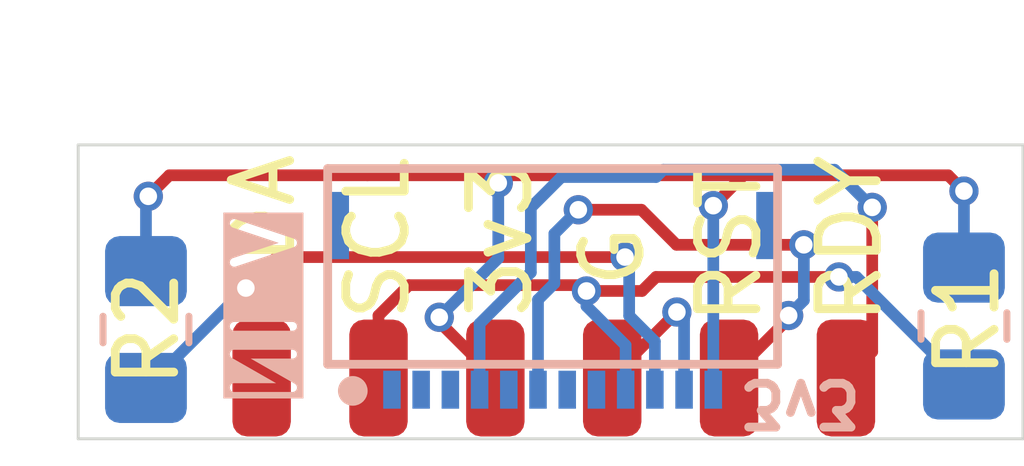
<source format=kicad_pcb>
(kicad_pcb (version 20221018) (generator pcbnew)
  (layers (0 "F.Cu" signal) (31 "B.Cu" signal) (34 "B.Paste" user) (35 "F.Paste" user) (36 "B.SilkS" user "B.Silkscreen") (37 "F.SilkS" user "F.Silkscreen") (38 "B.Mask" user) (39 "F.Mask" user) (44 "Edge.Cuts" user))
  (net 0 "")
  (net 1 "GND")
  (net 2 "+5V")
  (net 3 "rgb_led_in")
  (net 4 "GPIO_AD2")
  (net 5 "SDA")
  (net 6 "SCL")
  (net 7 "+3V3")
  (net 8 "MOSI")
  (net 9 "SPI_CS")
  (net 10 "MISO")
  (net 11 "SCLK")
  (net 12 "GPIO_AD1")
  (footprint "fingerpunch:Pad_06_2.00mm" (layer "F.Cu") (at 175.38 108.05 180)
    (fp_text reference "J2" hide)
    (fp_text value "Conn_01x06_Socket")
    (pad "1" smd roundrect (at -5 0 180) (size 1 2) (layers "F.Cu" "F.Paste" "F.Mask") (net 4 "GPIO_AD2"))
    (pad "2" smd roundrect (at -3 0 180) (size 1 2) (layers "F.Cu" "F.Paste" "F.Mask") (net 12 "GPIO_AD1"))
    (pad "3" smd roundrect (at -1 0 180) (size 1 2) (layers "F.Cu" "F.Paste" "F.Mask") (net 1 "GND"))
    (pad "4" smd roundrect (at 1 0 180) (size 1 2) (layers "F.Cu" "F.Paste" "F.Mask") (net 7 "+3V3"))
    (pad "5" smd roundrect (at 3 0 180) (size 1 2) (layers "F.Cu" "F.Paste" "F.Mask") (net 6 "SCL"))
    (pad "6" smd roundrect (at 5 0 180) (size 1 2) (layers "F.Cu" "F.Paste" "F.Mask") (net 5 "SDA"))
  )
  (footprint "Resistor_SMD:R_0805_2012Metric_Pad1.20x1.40mm_HandSolder" (layer "B.Cu") (at 182.4 107.16 90)
    (fp_text reference "R1" (at 0.11 0.06 -270) (layer "F.SilkS"))
    (fp_text value "4.7k")
    (fp_line (start -0.227064 -0.735) (end 0.227064 -0.735) (stroke (width 0.12)) (layer "B.SilkS"))
    (fp_line (start -0.227064 0.735) (end 0.227064 0.735) (stroke (width 0.12)) (layer "B.SilkS"))
    (pad "1" smd roundrect (at -1 0 90) (size 1.2 1.4) (layers "B.Cu" "B.Paste" "B.Mask") (roundrect_rratio 0.2083333333) (net 6 "SCL"))
    (pad "2" smd roundrect (at 1 0 90) (size 1.2 1.4) (layers "B.Cu" "B.Paste" "B.Mask") (roundrect_rratio 0.2083333333) (net 7 "+3V3"))
  )
  (footprint "Resistor_SMD:R_0805_2012Metric_Pad1.20x1.40mm_HandSolder" (layer "B.Cu") (at 168.4 107.22 90)
    (fp_text reference "R2" (at 0.01 0.02 90) (layer "F.SilkS"))
    (fp_text value "4.7k")
    (fp_line (start -0.227064 -0.735) (end 0.227064 -0.735) (stroke (width 0.12)) (layer "B.SilkS"))
    (fp_line (start -0.227064 0.735) (end 0.227064 0.735) (stroke (width 0.12)) (layer "B.SilkS"))
    (pad "1" smd roundrect (at -1 0 90) (size 1.2 1.4) (layers "B.Cu" "B.Paste" "B.Mask") (roundrect_rratio 0.2083333333) (net 5 "SDA"))
    (pad "2" smd roundrect (at 1 0 90) (size 1.2 1.4) (layers "B.Cu" "B.Paste" "B.Mask") (roundrect_rratio 0.2083333333) (net 7 "+3V3"))
  )
  (footprint "vik:vik-module-connector-horizontal-mini" (layer "B.Cu") (at 175.36 106.14)
    (fp_text reference "J1" hide)
    (fp_text value "~")
    (fp_text user "V IN" (at -4.32 -0.93 90 unlocked) (layer "B.SilkS" knockout) (effects (justify left bottom mirror)))
    (fp_text user "3v3" (at 3.15 1.9 180 unlocked) (layer "B.SilkS") (effects (font (size 0.75 0.75)) (justify left bottom mirror)))
    (fp_line (start -3.85 -1.675) (end -3.85 1.675) (stroke (width 0.15)) (layer "B.SilkS"))
    (fp_line (start -3.85 1.675) (end 3.85 1.675) (stroke (width 0.15)) (layer "B.SilkS"))
    (fp_line (start 3.85 -1.675) (end -3.85 -1.675) (stroke (width 0.15)) (layer "B.SilkS"))
    (fp_line (start 3.85 -1.675) (end 3.85 1.675) (stroke (width 0.15)) (layer "B.SilkS"))
    (fp_circle (center -3.42 2.13) (end -3.293 2.13) (stroke (width 0.254)) (fill none) (layer "B.SilkS"))
    (pad "1" smd rect (at -2.75 2.11) (size 0.3 0.65) (layers "B.Cu" "B.Paste" "B.Mask") (net 11 "SCLK"))
    (pad "2" smd rect (at -2.25 2.11) (size 0.3 0.65) (layers "B.Cu" "B.Paste" "B.Mask") (net 10 "MISO"))
    (pad "3" smd rect (at -1.75 2.11) (size 0.3 0.65) (layers "B.Cu" "B.Paste" "B.Mask") (net 9 "SPI_CS"))
    (pad "4" smd rect (at -1.25 2.11) (size 0.3 0.65) (layers "B.Cu" "B.Paste" "B.Mask") (net 4 "GPIO_AD2"))
    (pad "5" smd rect (at -0.75 2.11) (size 0.3 0.65) (layers "B.Cu" "B.Paste" "B.Mask") (net 8 "MOSI"))
    (pad "6" smd rect (at -0.25 2.11) (size 0.3 0.65) (layers "B.Cu" "B.Paste" "B.Mask") (net 12 "GPIO_AD1"))
    (pad "7" smd rect (at 0.25 2.11) (size 0.3 0.65) (layers "B.Cu" "B.Paste" "B.Mask") (net 2 "+5V"))
    (pad "8" smd rect (at 0.75 2.11) (size 0.3 0.65) (layers "B.Cu" "B.Paste" "B.Mask") (net 3 "rgb_led_in"))
    (pad "9" smd rect (at 1.25 2.11) (size 0.3 0.65) (layers "B.Cu" "B.Paste" "B.Mask") (net 6 "SCL"))
    (pad "10" smd rect (at 1.75 2.11) (size 0.3 0.65) (layers "B.Cu" "B.Paste" "B.Mask") (net 5 "SDA"))
    (pad "11" smd rect (at 2.25 2.11) (size 0.3 0.65) (layers "B.Cu" "B.Paste" "B.Mask") (net 1 "GND"))
    (pad "12" smd rect (at 2.75 2.11) (size 0.3 0.65) (layers "B.Cu" "B.Paste" "B.Mask") (net 7 "+3V3"))
    (pad "13" smd rect (at 3.635 -0.7) (size 0.3 1.15) (layers "B.Cu" "B.Paste" "B.Mask"))
    (pad "14" smd rect (at -3.635 -0.7) (size 0.3 1.15) (layers "B.Cu" "B.Paste" "B.Mask"))
  )
  (gr_line (start 167.24 109.09) (end 183.41 109.09) (stroke (width 0.05)) (layer "Edge.Cuts"))
  (gr_line (start 167.24 104.06) (end 167.24 109.09) (stroke (width 0.05)) (layer "Edge.Cuts"))
  (gr_line (start 167.24 104.06) (end 183.41 104.06) (stroke (width 0.05)) (layer "Edge.Cuts"))
  (gr_line (start 183.41 104.06) (end 183.41 109.09) (stroke (width 0.05)) (layer "Edge.Cuts"))
  (gr_text "RDY" (at 181.03 107.2 90) (layer "F.SilkS") (effects (font (size 1 1)) (justify left bottom)))
  (gr_text "SDA" (at 170.99 107.14 90) (layer "F.SilkS") (effects (font (size 1 1)) (justify left bottom)))
  (gr_text "SCL" (at 172.95 107.14 90) (layer "F.SilkS") (effects (font (size 1 1)) (justify left bottom)))
  (gr_text "G" (at 176.97 106.57 90) (layer "F.SilkS") (effects (font (size 1 1)) (justify left bottom)))
  (gr_text "RST" (at 178.97 107.2 90) (layer "F.SilkS") (effects (font (size 1 1)) (justify left bottom)))
  (gr_text "3v3" (at 175.05 107.09 90) (layer "F.SilkS") (effects (font (size 1 1)) (justify left bottom)))
  (segment (start 176.38 108.05) (end 176.38 108.027153) (width 0.2) (layer "F.Cu") (net 1))
  (segment (start 176.38 108.027153) (end 177.486964 106.920189) (width 0.2) (layer "F.Cu") (net 1))
  (via (at 177.486964 106.920189) (size 0.5) (drill 0.3) (layers "F.Cu" "B.Cu") (net 1))
  (segment (start 177.61 107.043225) (end 177.61 108.25) (width 0.2) (layer "B.Cu") (net 1))
  (segment (start 177.486964 106.920189) (end 177.61 107.043225) (width 0.2) (layer "B.Cu") (net 1))
  (segment (start 180.83 105.1295) (end 180.83 107.6) (width 0.2) (layer "F.Cu") (net 4))
  (segment (start 180.83 107.6) (end 180.38 108.05) (width 0.2) (layer "F.Cu") (net 4))
  (via (at 180.83 105.1295) (size 0.5) (drill 0.3) (layers "F.Cu" "B.Cu") (net 4))
  (segment (start 174.987116 106.242884) (end 174.987116 105.132996) (width 0.2) (layer "B.Cu") (net 4))
  (segment (start 180.1855 104.485) (end 180.83 105.1295) (width 0.2) (layer "B.Cu") (net 4))
  (segment (start 174.987116 105.132996) (end 175.510112 104.61) (width 0.2) (layer "B.Cu") (net 4))
  (segment (start 177.255 104.485) (end 179.86 104.485) (width 0.2) (layer "B.Cu") (net 4))
  (segment (start 174.11 107.12) (end 174.41 106.82) (width 0.2) (layer "B.Cu") (net 4))
  (segment (start 174.41 106.82) (end 174.987116 106.242884) (width 0.2) (layer "B.Cu") (net 4))
  (segment (start 174.11 108.25) (end 174.11 107.12) (width 0.2) (layer "B.Cu") (net 4))
  (segment (start 175.510112 104.61) (end 177.13 104.61) (width 0.2) (layer "B.Cu") (net 4))
  (segment (start 177.13 104.61) (end 177.255 104.485) (width 0.2) (layer "B.Cu") (net 4))
  (segment (start 179.86 104.485) (end 180.1855 104.485) (width 0.2) (layer "B.Cu") (net 4))
  (segment (start 170.11 106.51) (end 170.64 105.98) (width 0.2) (layer "F.Cu") (net 5))
  (segment (start 170.11 106.51) (end 170.11 107.78) (width 0.2) (layer "F.Cu") (net 5))
  (segment (start 170.64 105.98) (end 176.6 105.98) (width 0.2) (layer "F.Cu") (net 5))
  (segment (start 170.11 107.78) (end 170.38 108.05) (width 0.2) (layer "F.Cu") (net 5))
  (via (at 170.11 106.51) (size 0.5) (drill 0.3) (layers "F.Cu" "B.Cu") (net 5))
  (via (at 176.6 105.98) (size 0.5) (drill 0.3) (layers "F.Cu" "B.Cu") (net 5))
  (segment (start 168.4 108.22) (end 170.11 106.51) (width 0.2) (layer "B.Cu") (net 5))
  (segment (start 177.11 108.25) (end 177.11 107.424315) (width 0.2) (layer "B.Cu") (net 5))
  (segment (start 176.67 106.984315) (end 176.67 106.05) (width 0.2) (layer "B.Cu") (net 5))
  (segment (start 177.11 107.424315) (end 176.67 106.984315) (width 0.2) (layer "B.Cu") (net 5))
  (segment (start 176.67 106.05) (end 176.6 105.98) (width 0.2) (layer "B.Cu") (net 5))
  (segment (start 177.079811 106.370189) (end 177.13 106.32) (width 0.2) (layer "F.Cu") (net 6))
  (segment (start 176.89 106.56) (end 177.079811 106.370189) (width 0.2) (layer "F.Cu") (net 6))
  (segment (start 175.84 106.46) (end 175.94 106.56) (width 0.2) (layer "F.Cu") (net 6))
  (segment (start 172.9 106.46) (end 175.84 106.46) (width 0.2) (layer "F.Cu") (net 6))
  (segment (start 175.94 106.56) (end 176.89 106.56) (width 0.2) (layer "F.Cu") (net 6))
  (segment (start 175.94 106.56) (end 175.94 106.462182) (width 0.2) (layer "F.Cu") (net 6))
  (segment (start 172.38 108.05) (end 172.38 106.98) (width 0.2) (layer "F.Cu") (net 6))
  (segment (start 172.38 106.98) (end 172.9 106.46) (width 0.2) (layer "F.Cu") (net 6))
  (segment (start 177.13 106.32) (end 180.26 106.32) (width 0.2) (layer "F.Cu") (net 6))
  (via (at 175.94 106.56) (size 0.5) (drill 0.3) (layers "F.Cu" "B.Cu") (net 6))
  (via (at 180.26 106.32) (size 0.5) (drill 0.3) (layers "F.Cu" "B.Cu") (net 6))
  (segment (start 176.09 106.97) (end 175.94 106.82) (width 0.2) (layer "B.Cu") (net 6))
  (segment (start 175.94 106.82) (end 175.94 106.56) (width 0.2) (layer "B.Cu") (net 6))
  (segment (start 176.61 107.49) (end 176.09 106.97) (width 0.2) (layer "B.Cu") (net 6))
  (segment (start 180.56 106.32) (end 182.4 108.16) (width 0.2) (layer "B.Cu") (net 6))
  (segment (start 180.26 106.32) (end 180.56 106.32) (width 0.2) (layer "B.Cu") (net 6))
  (segment (start 176.61 108.25) (end 176.61 107.49) (width 0.2) (layer "B.Cu") (net 6))
  (segment (start 173.42 107.09) (end 174.38 108.05) (width 0.2) (layer "F.Cu") (net 7))
  (segment (start 174.3 104.58) (end 174.43 104.71) (width 0.2) (layer "F.Cu") (net 7))
  (segment (start 182.13 104.58) (end 178.63 104.58) (width 0.2) (layer "F.Cu") (net 7))
  (segment (start 178.63 104.58) (end 174.56 104.58) (width 0.2) (layer "F.Cu") (net 7))
  (segment (start 178.63 104.58) (end 178.11 105.1) (width 0.2) (layer "F.Cu") (net 7))
  (segment (start 173.42 107.01) (end 173.42 107.09) (width 0.2) (layer "F.Cu") (net 7))
  (segment (start 172.19 104.58) (end 174.3 104.58) (width 0.2) (layer "F.Cu") (net 7))
  (segment (start 182.4 104.85) (end 182.13 104.58) (width 0.2) (layer "F.Cu") (net 7))
  (segment (start 168.8 104.58) (end 172.19 104.58) (width 0.2) (layer "F.Cu") (net 7))
  (segment (start 174.56 104.58) (end 174.43 104.71) (width 0.2) (layer "F.Cu") (net 7))
  (segment (start 168.44 104.94) (end 168.8 104.58) (width 0.2) (layer "F.Cu") (net 7))
  (via (at 174.43 104.71) (size 0.5) (drill 0.3) (layers "F.Cu" "B.Cu") (net 7))
  (via (at 173.42 107.01) (size 0.5) (drill 0.3) (layers "F.Cu" "B.Cu") (net 7))
  (via (at 178.11 105.1) (size 0.5) (drill 0.3) (layers "F.Cu" "B.Cu") (net 7))
  (via (at 168.44 104.94) (size 0.5) (drill 0.3) (layers "F.Cu" "B.Cu") (net 7))
  (via (at 182.4 104.85) (size 0.5) (drill 0.3) (layers "F.Cu" "B.Cu") (net 7))
  (segment (start 174.43 106) (end 173.42 107.01) (width 0.2) (layer "B.Cu") (net 7))
  (segment (start 178.11 108.25) (end 178.11 105.1) (width 0.2) (layer "B.Cu") (net 7))
  (segment (start 168.4 104.98) (end 168.44 104.94) (width 0.2) (layer "B.Cu") (net 7))
  (segment (start 168.4 106.22) (end 168.4 104.98) (width 0.2) (layer "B.Cu") (net 7))
  (segment (start 174.43 104.71) (end 174.43 106) (width 0.2) (layer "B.Cu") (net 7))
  (segment (start 182.4 106.16) (end 182.4 104.85) (width 0.2) (layer "B.Cu") (net 7))
  (segment (start 177.48 105.77) (end 179.66 105.77) (width 0.2) (layer "F.Cu") (net 12))
  (segment (start 175.8 105.17) (end 176.88 105.17) (width 0.2) (layer "F.Cu") (net 12))
  (segment (start 179.4 107.03) (end 178.38 108.05) (width 0.2) (layer "F.Cu") (net 12))
  (segment (start 176.88 105.17) (end 177.48 105.77) (width 0.2) (layer "F.Cu") (net 12))
  (segment (start 179.4 106.98) (end 179.4 107.03) (width 0.2) (layer "F.Cu") (net 12))
  (via (at 175.8 105.17) (size 0.5) (drill 0.3) (layers "F.Cu" "B.Cu") (net 12))
  (via (at 179.66 105.77) (size 0.5) (drill 0.3) (layers "F.Cu" "B.Cu") (net 12))
  (via (at 179.4 106.98) (size 0.5) (drill 0.3) (layers "F.Cu" "B.Cu") (net 12))
  (segment (start 179.66 105.77) (end 179.66 106.41) (width 0.2) (layer "B.Cu") (net 12))
  (segment (start 175.39 106.43) (end 175.39 105.87) (width 0.2) (layer "B.Cu") (net 12))
  (segment (start 175.11 106.71) (end 175.39 106.43) (width 0.2) (layer "B.Cu") (net 12))
  (segment (start 175.39 105.87) (end 175.39 105.58) (width 0.2) (layer "B.Cu") (net 12))
  (segment (start 179.66 106.72) (end 179.4 106.98) (width 0.2) (layer "B.Cu") (net 12))
  (segment (start 175.11 108.25) (end 175.11 106.71) (width 0.2) (layer "B.Cu") (net 12))
  (segment (start 179.66 106.41) (end 179.66 106.72) (width 0.2) (layer "B.Cu") (net 12))
  (segment (start 175.39 105.58) (end 175.8 105.17) (width 0.2) (layer "B.Cu") (net 12))
)
</source>
